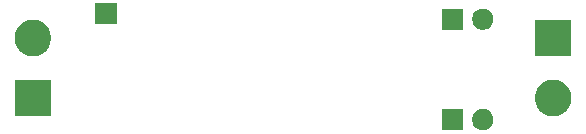
<source format=gbs>
G04 #@! TF.GenerationSoftware,KiCad,Pcbnew,5.1.5-52549c5~84~ubuntu18.04.1*
G04 #@! TF.CreationDate,2020-03-07T05:05:02+05:30*
G04 #@! TF.ProjectId,tps92515_led_driver,74707339-3235-4313-955f-6c65645f6472,rev?*
G04 #@! TF.SameCoordinates,Original*
G04 #@! TF.FileFunction,Soldermask,Bot*
G04 #@! TF.FilePolarity,Negative*
%FSLAX46Y46*%
G04 Gerber Fmt 4.6, Leading zero omitted, Abs format (unit mm)*
G04 Created by KiCad (PCBNEW 5.1.5-52549c5~84~ubuntu18.04.1) date 2020-03-07 05:05:02*
%MOMM*%
%LPD*%
G04 APERTURE LIST*
%ADD10C,0.100000*%
G04 APERTURE END LIST*
D10*
G36*
X149151000Y-90151000D02*
G01*
X147349000Y-90151000D01*
X147349000Y-88349000D01*
X149151000Y-88349000D01*
X149151000Y-90151000D01*
G37*
G36*
X150903512Y-88353927D02*
G01*
X151052812Y-88383624D01*
X151216784Y-88451544D01*
X151364354Y-88550147D01*
X151489853Y-88675646D01*
X151588456Y-88823216D01*
X151656376Y-88987188D01*
X151691000Y-89161259D01*
X151691000Y-89338741D01*
X151656376Y-89512812D01*
X151588456Y-89676784D01*
X151489853Y-89824354D01*
X151364354Y-89949853D01*
X151216784Y-90048456D01*
X151052812Y-90116376D01*
X150903512Y-90146073D01*
X150878742Y-90151000D01*
X150701258Y-90151000D01*
X150676488Y-90146073D01*
X150527188Y-90116376D01*
X150363216Y-90048456D01*
X150215646Y-89949853D01*
X150090147Y-89824354D01*
X149991544Y-89676784D01*
X149923624Y-89512812D01*
X149889000Y-89338741D01*
X149889000Y-89161259D01*
X149923624Y-88987188D01*
X149991544Y-88823216D01*
X150090147Y-88675646D01*
X150215646Y-88550147D01*
X150363216Y-88451544D01*
X150527188Y-88383624D01*
X150676488Y-88353927D01*
X150701258Y-88349000D01*
X150878742Y-88349000D01*
X150903512Y-88353927D01*
G37*
G36*
X157052585Y-85903802D02*
G01*
X157202410Y-85933604D01*
X157484674Y-86050521D01*
X157738705Y-86220259D01*
X157954741Y-86436295D01*
X158124479Y-86690326D01*
X158241396Y-86972590D01*
X158301000Y-87272240D01*
X158301000Y-87577760D01*
X158241396Y-87877410D01*
X158124479Y-88159674D01*
X157954741Y-88413705D01*
X157738705Y-88629741D01*
X157484674Y-88799479D01*
X157202410Y-88916396D01*
X157052585Y-88946198D01*
X156902761Y-88976000D01*
X156597239Y-88976000D01*
X156447415Y-88946198D01*
X156297590Y-88916396D01*
X156015326Y-88799479D01*
X155761295Y-88629741D01*
X155545259Y-88413705D01*
X155375521Y-88159674D01*
X155258604Y-87877410D01*
X155199000Y-87577760D01*
X155199000Y-87272240D01*
X155258604Y-86972590D01*
X155375521Y-86690326D01*
X155545259Y-86436295D01*
X155761295Y-86220259D01*
X156015326Y-86050521D01*
X156297590Y-85933604D01*
X156447415Y-85903802D01*
X156597239Y-85874000D01*
X156902761Y-85874000D01*
X157052585Y-85903802D01*
G37*
G36*
X114251000Y-88976000D02*
G01*
X111149000Y-88976000D01*
X111149000Y-85874000D01*
X114251000Y-85874000D01*
X114251000Y-88976000D01*
G37*
G36*
X158301000Y-83896000D02*
G01*
X155199000Y-83896000D01*
X155199000Y-80794000D01*
X158301000Y-80794000D01*
X158301000Y-83896000D01*
G37*
G36*
X113002585Y-80823802D02*
G01*
X113152410Y-80853604D01*
X113434674Y-80970521D01*
X113688705Y-81140259D01*
X113904741Y-81356295D01*
X114074479Y-81610326D01*
X114191396Y-81892590D01*
X114251000Y-82192240D01*
X114251000Y-82497760D01*
X114191396Y-82797410D01*
X114074479Y-83079674D01*
X113904741Y-83333705D01*
X113688705Y-83549741D01*
X113434674Y-83719479D01*
X113152410Y-83836396D01*
X113002585Y-83866198D01*
X112852761Y-83896000D01*
X112547239Y-83896000D01*
X112397415Y-83866198D01*
X112247590Y-83836396D01*
X111965326Y-83719479D01*
X111711295Y-83549741D01*
X111495259Y-83333705D01*
X111325521Y-83079674D01*
X111208604Y-82797410D01*
X111149000Y-82497760D01*
X111149000Y-82192240D01*
X111208604Y-81892590D01*
X111325521Y-81610326D01*
X111495259Y-81356295D01*
X111711295Y-81140259D01*
X111965326Y-80970521D01*
X112247590Y-80853604D01*
X112397415Y-80823802D01*
X112547239Y-80794000D01*
X112852761Y-80794000D01*
X113002585Y-80823802D01*
G37*
G36*
X150903512Y-79853927D02*
G01*
X151052812Y-79883624D01*
X151216784Y-79951544D01*
X151364354Y-80050147D01*
X151489853Y-80175646D01*
X151588456Y-80323216D01*
X151656376Y-80487188D01*
X151691000Y-80661259D01*
X151691000Y-80838741D01*
X151656376Y-81012812D01*
X151588456Y-81176784D01*
X151489853Y-81324354D01*
X151364354Y-81449853D01*
X151216784Y-81548456D01*
X151052812Y-81616376D01*
X150903512Y-81646073D01*
X150878742Y-81651000D01*
X150701258Y-81651000D01*
X150676488Y-81646073D01*
X150527188Y-81616376D01*
X150363216Y-81548456D01*
X150215646Y-81449853D01*
X150090147Y-81324354D01*
X149991544Y-81176784D01*
X149923624Y-81012812D01*
X149889000Y-80838741D01*
X149889000Y-80661259D01*
X149923624Y-80487188D01*
X149991544Y-80323216D01*
X150090147Y-80175646D01*
X150215646Y-80050147D01*
X150363216Y-79951544D01*
X150527188Y-79883624D01*
X150676488Y-79853927D01*
X150701258Y-79849000D01*
X150878742Y-79849000D01*
X150903512Y-79853927D01*
G37*
G36*
X149151000Y-81651000D02*
G01*
X147349000Y-81651000D01*
X147349000Y-79849000D01*
X149151000Y-79849000D01*
X149151000Y-81651000D01*
G37*
G36*
X119801000Y-81201000D02*
G01*
X117999000Y-81201000D01*
X117999000Y-79399000D01*
X119801000Y-79399000D01*
X119801000Y-81201000D01*
G37*
M02*

</source>
